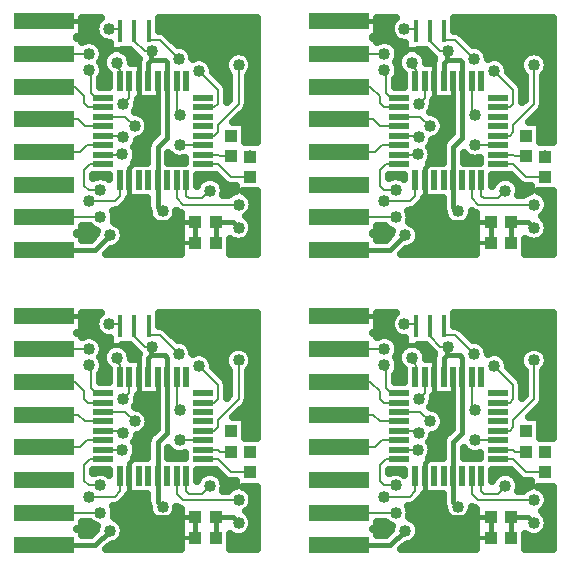
<source format=gtl>
%MOIN*%
%OFA0B0*%
%FSLAX26Y26*%
%IPPOS*%
%LPD*%
%ADD13C,0.008*%
%ADD14C,0.017*%
%ADD15C,0.025*%
%ADD16C,0.013000000000000001*%
%ADD17R,0.2X0.0545*%
%ADD18R,0.043307X0.03937*%
%ADD19R,0.03937X0.043307*%
%ADD21R,0.019685X0.066929*%
%ADD22R,0.066929X0.019685*%
%ADD24R,0.015748X0.074803*%
%ADD25C,0.04*%
%ADD39C,0.008*%
%ADD40C,0.017*%
%ADD41C,0.025*%
%ADD42C,0.013000000000000001*%
%ADD43R,0.2X0.0545*%
%ADD44R,0.043307X0.03937*%
%ADD45R,0.03937X0.043307*%
%ADD47R,0.019685X0.066929*%
%ADD48R,0.066929X0.019685*%
%ADD50R,0.015748X0.074803*%
%ADD51C,0.04*%
%ADD65C,0.008*%
%ADD66C,0.017*%
%ADD67C,0.025*%
%ADD68C,0.013000000000000001*%
%ADD69R,0.2X0.0545*%
%ADD70R,0.043307X0.03937*%
%ADD71R,0.03937X0.043307*%
%ADD73R,0.019685X0.066929*%
%ADD74R,0.066929X0.019685*%
%ADD76R,0.015748X0.074803*%
%ADD77C,0.04*%
%ADD91C,0.008*%
%ADD92C,0.017*%
%ADD93C,0.025*%
%ADD94C,0.013000000000000001*%
%ADD95R,0.2X0.0545*%
%ADD96R,0.043307X0.03937*%
%ADD97R,0.03937X0.043307*%
%ADD99R,0.019685X0.066929*%
%ADD100R,0.066929X0.019685*%
%ADD102R,0.015748X0.074803*%
%ADD103C,0.04*%
%LPD*%
G90*
G75*
G01*
X00450857Y00596999D02*
D13*
X00471013Y00617155D01*
X00471013Y00672488D01*
X00634989Y00747489D02*
X00572489Y00809989D01*
X00534988Y00809989D01*
X00534988Y00841239D01*
X00403739Y00847488D02*
X00434251Y00847488D01*
X00440500Y00841239D01*
X00428738Y00734988D02*
X00428738Y00722490D01*
X00441239Y00709990D01*
X00441239Y00672488D01*
X00439517Y00672488D01*
X00405341Y00158735D02*
D14*
X00405341Y00153739D01*
X00565501Y00341780D02*
X00565501Y00254732D01*
X00581566Y00238668D01*
X00596998Y00672488D02*
X00596998Y00484774D01*
X00565501Y00453278D01*
X00565501Y00341780D01*
X00184990Y00109990D02*
X00356596Y00109990D01*
X00405341Y00158735D01*
X00596998Y00672488D02*
X00596998Y00735327D01*
X00588495Y00743830D01*
X00543830Y00743830D01*
X00534005Y00734005D01*
X00534005Y00672488D01*
X00547489Y00772489D02*
X00543830Y00743830D01*
X00487744Y00841239D02*
D13*
X00487744Y00807234D01*
X00522489Y00772489D01*
X00547489Y00772489D01*
X00565501Y00672488D02*
D14*
X00565501Y00559574D01*
X00534003Y00559574D01*
X00502509Y00591067D01*
X00502509Y00672488D01*
X00691238Y00134988D02*
X00691238Y00203739D01*
X00502509Y00672488D02*
X00502509Y00729969D01*
X00453739Y00778739D01*
X00409988Y00778739D01*
X00315698Y00873029D01*
X00185040Y00873029D01*
X00691238Y00203739D02*
X00471013Y00203739D01*
X00471013Y00341780D01*
X00471013Y00383513D01*
X00534003Y00446503D01*
X00534003Y00559574D01*
X00450857Y00485542D02*
D13*
X00445013Y00491386D01*
X00384399Y00491386D01*
X00336877Y00709436D02*
X00341723Y00704589D01*
X00341723Y00634504D01*
X00358857Y00617370D01*
X00384399Y00617370D01*
X00336877Y00271983D02*
X00421983Y00271983D01*
X00439517Y00289517D01*
X00439517Y00341780D01*
X00184990Y00218990D02*
X00374349Y00218990D01*
X00374349Y00218990D01*
X00374349Y00309456D02*
X00335522Y00309456D01*
X00320731Y00324247D01*
X00320731Y00376980D01*
X00340648Y00396898D01*
X00384399Y00396898D01*
X00447489Y00428738D02*
X00447145Y00428394D01*
X00384399Y00428394D01*
X00184990Y00436989D02*
X00305740Y00436989D01*
X00328641Y00459890D01*
X00384399Y00459890D01*
X00384399Y00522881D02*
X00322096Y00522881D01*
X00298988Y00545990D01*
X00184990Y00545990D01*
X00184990Y00654990D02*
X00289988Y00654990D01*
X00320731Y00624247D01*
X00320731Y00599247D01*
X00334104Y00585874D01*
X00384399Y00585874D01*
X00488330Y00523015D02*
X00456966Y00554378D01*
X00384399Y00554378D01*
X00184990Y00763990D02*
X00336877Y00763990D01*
X00336877Y00763991D01*
X00638491Y00560007D02*
X00628494Y00570004D01*
X00628494Y00672488D01*
X00702826Y00706837D02*
X00765566Y00644097D01*
X00765566Y00596816D01*
X00754624Y00585874D01*
X00715108Y00585874D01*
X00758168Y00134988D02*
D14*
X00758168Y00203739D01*
X00815432Y00203739D01*
X00834990Y00184183D01*
X00834990Y00261627D02*
D13*
X00649487Y00261627D01*
X00628494Y00282621D01*
X00628494Y00341780D01*
X00739495Y00307684D02*
X00714432Y00282621D01*
X00668608Y00282621D01*
X00659990Y00291239D01*
X00659990Y00341780D01*
X00715108Y00396898D02*
X00765566Y00396898D01*
X00808725Y00353739D01*
X00872490Y00353739D01*
X00715108Y00428394D02*
X00765566Y00428394D01*
X00771471Y00422488D01*
X00809990Y00422488D01*
X00638491Y00461011D02*
X00639612Y00459890D01*
X00715108Y00459890D01*
X00834990Y00726295D02*
X00834990Y00597655D01*
X00765566Y00528231D01*
X00765566Y00503066D01*
X00753886Y00491386D01*
X00715108Y00491386D01*
X00872490Y00420668D02*
X00872490Y00422488D01*
X00809990Y00491239D02*
X00809990Y00489417D01*
D25*
X00809990Y00491239D03*
X00872490Y00422488D03*
X00428738Y00734988D03*
X00403739Y00847488D03*
X00450857Y00596999D03*
X00634989Y00747489D03*
X00405341Y00158735D03*
X00581566Y00238668D03*
X00450857Y00485542D03*
X00336877Y00709436D03*
X00336877Y00271983D03*
X00374349Y00218990D03*
X00374349Y00309456D03*
X00447489Y00428738D03*
X00488330Y00523015D03*
X00638491Y00560007D03*
X00336877Y00763991D03*
X00702826Y00706837D03*
X00834990Y00184183D03*
X00834990Y00261627D03*
X00739495Y00307684D03*
X00638491Y00461011D03*
X00834990Y00726295D03*
X00547489Y00772489D03*
X00314038Y00860120D02*
D15*
X00356477Y00860120D01*
X00571866Y00860120D02*
X00894991Y00860120D01*
X00314038Y00835251D02*
X00356370Y00835251D01*
X00592069Y00835251D02*
X00894991Y00835251D01*
X00314002Y00810382D02*
X00331179Y00810382D01*
X00342553Y00810382D02*
X00373199Y00810382D01*
X00617726Y00810382D02*
X00894991Y00810382D01*
X00380603Y00785513D02*
X00403629Y00785513D01*
X00664268Y00785513D02*
X00894991Y00785513D01*
X00470027Y00760645D02*
X00488710Y00760645D01*
X00682102Y00760645D02*
X00801154Y00760645D01*
X00868844Y00760645D02*
X00894991Y00760645D01*
X00477742Y00735776D02*
X00496533Y00735776D01*
X00741706Y00735776D02*
X00786980Y00735776D01*
X00883017Y00735776D02*
X00894991Y00735776D01*
X00751646Y00710906D02*
X00788595Y00710906D01*
X00881367Y00710906D02*
X00894991Y00710906D01*
X00379563Y00686038D02*
X00400687Y00686038D01*
X00769265Y00686038D02*
X00801978Y00686038D01*
X00867982Y00686038D02*
X00894991Y00686038D01*
X00374718Y00661169D02*
X00400687Y00661169D01*
X00793343Y00661169D02*
X00801978Y00661169D01*
X00867982Y00661169D02*
X00894991Y00661169D01*
X00867982Y00636301D02*
X00894991Y00636301D01*
X00503471Y00611432D02*
X00559510Y00611432D01*
X00867982Y00611432D02*
X00894991Y00611432D01*
X00498662Y00586563D02*
X00559510Y00586563D01*
X00865901Y00586563D02*
X00894991Y00586563D01*
X00516640Y00561694D02*
X00559510Y00561694D01*
X00844657Y00561694D02*
X00894991Y00561694D01*
X00535228Y00536826D02*
X00559510Y00536826D01*
X00858688Y00536826D02*
X00894991Y00536826D01*
X00535982Y00511957D02*
X00559510Y00511957D01*
X00858688Y00511957D02*
X00894991Y00511957D01*
X00520337Y00487087D02*
X00547309Y00487087D01*
X00858796Y00487087D02*
X00894991Y00487087D01*
X00493602Y00462219D02*
X00529152Y00462219D01*
X00495684Y00437351D02*
X00528004Y00437351D01*
X00493566Y00412482D02*
X00528004Y00412482D01*
X00603014Y00412482D02*
X00652629Y00412482D01*
X00788176Y00313007D02*
X00823797Y00313007D01*
X00875698Y00288138D02*
X00894991Y00288138D01*
X00458903Y00263269D02*
X00528004Y00263269D01*
X00883950Y00263269D02*
X00894991Y00263269D01*
X00419107Y00238400D02*
X00532059Y00238400D01*
X00877778Y00238400D02*
X00894991Y00238400D01*
X00423019Y00213532D02*
X00539953Y00213532D01*
X00623181Y00213532D02*
X00640572Y00213532D01*
X00873545Y00213532D02*
X00894991Y00213532D01*
X00443437Y00188663D02*
X00640572Y00188663D01*
X00883771Y00188663D02*
X00894991Y00188663D01*
X00299990Y00163794D02*
X00356621Y00163794D01*
X00454058Y00163794D02*
X00640572Y00163794D01*
X00879286Y00163794D02*
X00894991Y00163794D01*
X00449896Y00138925D02*
X00640572Y00138925D01*
X00808808Y00138925D02*
X00821823Y00138925D01*
X00848174Y00138925D02*
X00894991Y00138925D01*
X00420722Y00114057D02*
X00640572Y00114057D01*
X00808808Y00114057D02*
X00894991Y00114057D01*
X00297514Y00163739D02*
X00311490Y00163739D01*
X00311490Y00144972D01*
X00342126Y00144990D01*
X00358921Y00161811D01*
X00360126Y00169590D01*
X00361557Y00174295D01*
X00356553Y00176031D01*
X00350053Y00179343D01*
X00344150Y00183632D01*
X00339271Y00188488D01*
X00311516Y00188490D01*
X00311490Y00165239D01*
X00297459Y00165239D01*
X00297490Y00163754D01*
X00297514Y00817740D02*
X00311490Y00817740D01*
X00311490Y00802918D01*
X00315766Y00805423D01*
X00322507Y00808215D01*
X00329603Y00809917D01*
X00336877Y00810491D01*
X00344151Y00809917D01*
X00351245Y00808215D01*
X00357987Y00805423D01*
X00364209Y00801609D01*
X00369757Y00796870D01*
X00374496Y00791323D01*
X00378309Y00785101D01*
X00381101Y00778360D01*
X00382804Y00771265D01*
X00383377Y00763991D01*
X00382804Y00756716D01*
X00381101Y00749622D01*
X00378309Y00742880D01*
X00374536Y00736718D01*
X00378309Y00730546D01*
X00381101Y00723805D01*
X00382804Y00716710D01*
X00383377Y00709436D01*
X00382804Y00702162D01*
X00381101Y00695067D01*
X00378309Y00688325D01*
X00374496Y00682104D01*
X00372226Y00679226D01*
X00372223Y00653742D01*
X00403200Y00653713D01*
X00403175Y00696170D01*
X00398540Y00699629D01*
X00393380Y00704789D01*
X00389091Y00710692D01*
X00385779Y00717194D01*
X00383524Y00724132D01*
X00382382Y00731340D01*
X00382382Y00738637D01*
X00383524Y00745844D01*
X00385779Y00752783D01*
X00389091Y00759285D01*
X00393380Y00765188D01*
X00398540Y00770347D01*
X00404443Y00774636D01*
X00409610Y00777334D01*
X00406126Y00777337D01*
X00406126Y00801057D01*
X00400091Y00801131D01*
X00392884Y00802273D01*
X00385944Y00804528D01*
X00379443Y00807840D01*
X00373540Y00812129D01*
X00368380Y00817288D01*
X00364091Y00823192D01*
X00360779Y00829694D01*
X00358523Y00836632D01*
X00357382Y00843840D01*
X00357382Y00851137D01*
X00358523Y00858344D01*
X00360779Y00865283D01*
X00364091Y00871785D01*
X00368380Y00877688D01*
X00373540Y00882847D01*
X00376261Y00884993D01*
X00311549Y00884987D01*
X00311540Y00819279D01*
X00297509Y00819279D01*
X00643086Y00097494D02*
X00643086Y00231813D01*
X00637815Y00233449D01*
X00633551Y00235621D01*
X00629672Y00238441D01*
X00628066Y00238668D01*
X00627493Y00231394D01*
X00625790Y00224299D01*
X00622998Y00217558D01*
X00619185Y00211336D01*
X00614446Y00205788D01*
X00608898Y00201049D01*
X00602676Y00197236D01*
X00595935Y00194444D01*
X00588840Y00192741D01*
X00581566Y00192167D01*
X00574292Y00192741D01*
X00567196Y00194444D01*
X00560455Y00197236D01*
X00554234Y00201049D01*
X00548685Y00205788D01*
X00543946Y00211336D01*
X00540134Y00217558D01*
X00537342Y00224299D01*
X00535638Y00231394D01*
X00535117Y00237371D01*
X00533166Y00241339D01*
X00531469Y00246562D01*
X00530609Y00251986D01*
X00530501Y00281825D01*
X00469015Y00281815D01*
X00467696Y00277845D01*
X00465523Y00273581D01*
X00462710Y00269709D01*
X00443550Y00250416D01*
X00439911Y00247308D01*
X00435830Y00244807D01*
X00431408Y00242976D01*
X00426754Y00241859D01*
X00421974Y00241483D01*
X00415781Y00240102D01*
X00418573Y00233360D01*
X00420277Y00226265D01*
X00420849Y00218990D01*
X00420277Y00211717D01*
X00418573Y00204622D01*
X00418134Y00203431D01*
X00423136Y00201694D01*
X00429638Y00198383D01*
X00435541Y00194094D01*
X00440700Y00188934D01*
X00444989Y00183030D01*
X00448302Y00176530D01*
X00450557Y00169590D01*
X00451698Y00162383D01*
X00451698Y00155087D01*
X00450557Y00147880D01*
X00448302Y00140940D01*
X00444989Y00134439D01*
X00440700Y00128536D01*
X00435541Y00123376D01*
X00429638Y00119087D01*
X00423136Y00115775D01*
X00416197Y00113520D01*
X00408461Y00112358D01*
X00393577Y00097473D01*
X00643078Y00097489D01*
X00806322Y00147550D02*
X00806322Y00097455D01*
X00897497Y00097489D01*
X00897490Y00305568D01*
X00850171Y00305585D01*
X00856100Y00303059D01*
X00862322Y00299247D01*
X00867870Y00294508D01*
X00872608Y00288959D01*
X00876421Y00282738D01*
X00879214Y00275997D01*
X00880916Y00268902D01*
X00881490Y00261627D01*
X00880916Y00254353D01*
X00879214Y00247258D01*
X00876421Y00240517D01*
X00872608Y00234295D01*
X00867870Y00228746D01*
X00862322Y00224008D01*
X00860697Y00222923D01*
X00865189Y00219541D01*
X00870349Y00214382D01*
X00874637Y00208479D01*
X00877950Y00201977D01*
X00880205Y00195038D01*
X00881346Y00187831D01*
X00881346Y00180534D01*
X00880205Y00173327D01*
X00877950Y00166388D01*
X00874637Y00159886D01*
X00870349Y00153983D01*
X00865189Y00148824D01*
X00859286Y00144535D01*
X00852784Y00141222D01*
X00845845Y00138967D01*
X00838638Y00137826D01*
X00831341Y00137826D01*
X00824134Y00138967D01*
X00817195Y00141222D01*
X00810693Y00144535D01*
X00806325Y00147614D01*
X00826305Y00307344D02*
X00826305Y00323203D01*
X00806332Y00323333D01*
X00801604Y00324082D01*
X00797053Y00325561D01*
X00792788Y00327733D01*
X00788916Y00330547D01*
X00758764Y00360566D01*
X00696307Y00360555D01*
X00696332Y00324987D01*
X00699846Y00331980D01*
X00704136Y00337883D01*
X00709296Y00343043D01*
X00715199Y00347332D01*
X00721700Y00350644D01*
X00728640Y00352899D01*
X00735846Y00354041D01*
X00743143Y00354041D01*
X00750350Y00352899D01*
X00757290Y00350644D01*
X00763791Y00347332D01*
X00769694Y00343043D01*
X00774854Y00337883D01*
X00779143Y00331980D01*
X00782455Y00325479D01*
X00784710Y00318539D01*
X00785852Y00311332D01*
X00785852Y00304036D01*
X00784710Y00296829D01*
X00783280Y00292124D01*
X00799877Y00292128D01*
X00804790Y00296986D01*
X00810693Y00301275D01*
X00817195Y00304588D01*
X00824134Y00306843D01*
X00826302Y00307274D01*
X00856196Y00468820D02*
X00872490Y00468988D01*
X00890609Y00468820D01*
X00897463Y00468820D01*
X00897490Y00884955D01*
X00569341Y00884987D01*
X00569362Y00840513D01*
X00577260Y00840114D01*
X00581914Y00838996D01*
X00586336Y00837165D01*
X00590417Y00834664D01*
X00594062Y00831548D01*
X00631736Y00793876D01*
X00638637Y00793846D01*
X00645844Y00792704D01*
X00652784Y00790449D01*
X00659285Y00787137D01*
X00665188Y00782848D01*
X00670348Y00777688D01*
X00674637Y00771785D01*
X00677949Y00765284D01*
X00680204Y00758344D01*
X00681346Y00751137D01*
X00681464Y00748129D01*
X00688456Y00751062D01*
X00695551Y00752765D01*
X00702826Y00753337D01*
X00710100Y00752765D01*
X00717195Y00751062D01*
X00723936Y00748269D01*
X00730158Y00744457D01*
X00735706Y00739718D01*
X00740445Y00734169D01*
X00744257Y00727948D01*
X00747050Y00721207D01*
X00748753Y00714112D01*
X00749326Y00706837D01*
X00749199Y00703602D01*
X00788758Y00663905D01*
X00791571Y00660034D01*
X00793744Y00655769D01*
X00795223Y00651217D01*
X00795971Y00646490D01*
X00796066Y00601862D01*
X00804465Y00610264D01*
X00804490Y00691205D01*
X00799631Y00696096D01*
X00795342Y00701999D01*
X00792029Y00708501D01*
X00789774Y00715440D01*
X00788633Y00722647D01*
X00788633Y00729944D01*
X00789774Y00737151D01*
X00792029Y00744090D01*
X00795342Y00750592D01*
X00799631Y00756495D01*
X00804790Y00761654D01*
X00810693Y00765943D01*
X00817195Y00769256D01*
X00824134Y00771511D01*
X00831341Y00772652D01*
X00838638Y00772652D01*
X00845845Y00771511D01*
X00852784Y00769256D01*
X00859286Y00765943D01*
X00865189Y00761654D01*
X00870349Y00756495D01*
X00874637Y00750592D01*
X00877950Y00744090D01*
X00880205Y00737151D01*
X00881346Y00729944D01*
X00881346Y00722647D01*
X00880205Y00715440D01*
X00877950Y00708501D01*
X00874637Y00701999D01*
X00870349Y00696096D01*
X00865492Y00691217D01*
X00865396Y00595262D01*
X00864647Y00590535D01*
X00863168Y00585983D01*
X00860994Y00581719D01*
X00858182Y00577847D01*
X00818063Y00537596D01*
X00856175Y00537571D01*
X00856346Y00494887D01*
X00856346Y00487590D01*
X00856175Y00482453D01*
X00856175Y00468853D01*
X00447868Y00777334D02*
X00453035Y00774636D01*
X00458938Y00770347D01*
X00464098Y00765188D01*
X00468386Y00759285D01*
X00471699Y00752783D01*
X00473954Y00745844D01*
X00475096Y00738637D01*
X00475140Y00732466D01*
X00498991Y00732453D01*
X00499436Y00739481D01*
X00500718Y00744821D01*
X00501673Y00747409D01*
X00500916Y00750929D01*
X00474508Y00777336D01*
X00447925Y00777337D01*
X00561991Y00612523D02*
X00501138Y00612384D01*
X00500021Y00607730D01*
X00497214Y00600647D01*
X00497214Y00593350D01*
X00496072Y00586144D01*
X00493818Y00579204D01*
X00490505Y00572703D01*
X00488362Y00569521D01*
X00495604Y00568942D01*
X00502699Y00567239D01*
X00509440Y00564446D01*
X00515661Y00560634D01*
X00521209Y00555895D01*
X00525949Y00550347D01*
X00529761Y00544125D01*
X00532554Y00537384D01*
X00534257Y00530289D01*
X00534830Y00523015D01*
X00534257Y00515740D01*
X00532554Y00508645D01*
X00529761Y00501904D01*
X00525949Y00495683D01*
X00521209Y00490134D01*
X00515661Y00485394D01*
X00509440Y00481583D01*
X00502699Y00478790D01*
X00496625Y00477290D01*
X00495081Y00471173D01*
X00492289Y00464432D01*
X00488475Y00458210D01*
X00485877Y00454976D01*
X00488921Y00449850D01*
X00491713Y00443108D01*
X00493417Y00436013D01*
X00493990Y00428738D01*
X00493417Y00421465D01*
X00491713Y00414370D01*
X00488921Y00407628D01*
X00485339Y00401751D01*
X00530504Y00401744D01*
X00530609Y00456024D01*
X00531468Y00461449D01*
X00533166Y00466672D01*
X00535659Y00471566D01*
X00538887Y00476009D01*
X00561991Y00499265D01*
X00561998Y00612558D01*
X00403205Y00360555D02*
X00351244Y00360555D01*
X00351231Y00349816D01*
X00356553Y00352416D01*
X00363494Y00354671D01*
X00370701Y00355812D01*
X00377998Y00355812D01*
X00385203Y00354671D01*
X00392144Y00352416D01*
X00398645Y00349103D01*
X00403171Y00345900D01*
X00403175Y00360581D01*
X00600502Y00401744D02*
X00655128Y00401744D01*
X00655143Y00417565D01*
X00649345Y00415795D01*
X00642139Y00414654D01*
X00634843Y00414654D01*
X00627636Y00415795D01*
X00620696Y00418050D01*
X00614195Y00421362D01*
X00608292Y00425652D01*
X00603132Y00430811D01*
X00600499Y00434235D01*
X00600502Y00401713D01*
X00643121Y00134988D02*
D16*
X00691238Y00134988D01*
X00643121Y00203739D02*
X00691238Y00203739D01*
X00565501Y00672488D02*
X00565501Y00612559D01*
X00502509Y00732416D02*
X00502509Y00612560D01*
D17*
X00184990Y00109990D03*
X00184990Y00218990D03*
X00184990Y00327990D03*
X00184990Y00436989D03*
X00184990Y00545990D03*
X00184990Y00654990D03*
X00184990Y00763990D03*
X00185040Y00873029D03*
D18*
X00691238Y00134988D03*
X00758168Y00134988D03*
X00691238Y00203739D03*
X00758168Y00203739D03*
D19*
X00872490Y00353739D03*
X00872490Y00420668D03*
X00809990Y00422488D03*
X00809990Y00489417D03*
D21*
X00659990Y00672488D03*
X00628494Y00672488D03*
X00596998Y00672488D03*
X00565501Y00672488D03*
X00534005Y00672488D03*
X00502509Y00672488D03*
X00471013Y00672488D03*
X00439517Y00672488D03*
D22*
X00384399Y00617370D03*
X00384399Y00585874D03*
X00384399Y00554378D03*
X00384399Y00522881D03*
X00384399Y00491386D03*
X00384399Y00459890D03*
X00384399Y00428394D03*
X00384399Y00396898D03*
D21*
X00439517Y00341780D03*
X00471013Y00341780D03*
X00502509Y00341780D03*
X00534005Y00341780D03*
X00565501Y00341780D03*
X00596998Y00341780D03*
X00628494Y00341780D03*
X00659990Y00341780D03*
D22*
X00715108Y00396898D03*
X00715108Y00428394D03*
X00715108Y00459890D03*
X00715108Y00491386D03*
X00715108Y00522881D03*
X00715108Y00554378D03*
X00715108Y00585874D03*
X00715108Y00617370D03*
D24*
X00534988Y00841239D03*
X00487744Y00841239D03*
X00440500Y00841239D03*
G90*
G75*
G01*
X00450857Y01581251D02*
D39*
X00471013Y01601407D01*
X00471013Y01656740D01*
X00634989Y01731741D02*
X00572489Y01794241D01*
X00534988Y01794241D01*
X00534988Y01825491D01*
X00403739Y01831740D02*
X00434251Y01831740D01*
X00440500Y01825491D01*
X00428738Y01719239D02*
X00428738Y01706742D01*
X00441239Y01694242D01*
X00441239Y01656740D01*
X00439517Y01656740D01*
X00405341Y01142987D02*
D40*
X00405341Y01137991D01*
X00565501Y01326031D02*
X00565501Y01238984D01*
X00581566Y01222920D01*
X00596998Y01656740D02*
X00596998Y01469026D01*
X00565501Y01437530D01*
X00565501Y01326031D01*
X00184990Y01094242D02*
X00356596Y01094242D01*
X00405341Y01142987D01*
X00596998Y01656740D02*
X00596998Y01719579D01*
X00588495Y01728082D01*
X00543830Y01728082D01*
X00534005Y01718257D01*
X00534005Y01656740D01*
X00547489Y01756741D02*
X00543830Y01728082D01*
X00487744Y01825491D02*
D39*
X00487744Y01791486D01*
X00522489Y01756741D01*
X00547489Y01756741D01*
X00565501Y01656740D02*
D40*
X00565501Y01543826D01*
X00534003Y01543826D01*
X00502509Y01575319D01*
X00502509Y01656740D01*
X00691238Y01119240D02*
X00691238Y01187991D01*
X00502509Y01656740D02*
X00502509Y01714221D01*
X00453739Y01762990D01*
X00409988Y01762990D01*
X00315698Y01857281D01*
X00185040Y01857281D01*
X00691238Y01187991D02*
X00471013Y01187991D01*
X00471013Y01326031D01*
X00471013Y01367764D01*
X00534003Y01430754D01*
X00534003Y01543826D01*
X00450857Y01469794D02*
D39*
X00445013Y01475638D01*
X00384399Y01475638D01*
X00336877Y01693688D02*
X00341723Y01688841D01*
X00341723Y01618756D01*
X00358857Y01601621D01*
X00384399Y01601621D01*
X00336877Y01256235D02*
X00421983Y01256235D01*
X00439517Y01273769D01*
X00439517Y01326031D01*
X00184990Y01203242D02*
X00374349Y01203242D01*
X00374349Y01203243D01*
X00374349Y01293708D02*
X00335522Y01293708D01*
X00320731Y01308499D01*
X00320731Y01361232D01*
X00340648Y01381150D01*
X00384399Y01381150D01*
X00447489Y01412991D02*
X00447145Y01412646D01*
X00384399Y01412646D01*
X00184990Y01421242D02*
X00305740Y01421242D01*
X00328641Y01444142D01*
X00384399Y01444142D01*
X00384399Y01507134D02*
X00322096Y01507134D01*
X00298988Y01530242D01*
X00184990Y01530242D01*
X00184990Y01639242D02*
X00289988Y01639242D01*
X00320731Y01608499D01*
X00320731Y01583499D01*
X00334104Y01570126D01*
X00384399Y01570126D01*
X00488330Y01507267D02*
X00456966Y01538630D01*
X00384399Y01538630D01*
X00184990Y01748242D02*
X00336877Y01748242D01*
X00336877Y01748243D01*
X00638491Y01544259D02*
X00628494Y01554256D01*
X00628494Y01656740D01*
X00702826Y01691089D02*
X00765566Y01628349D01*
X00765566Y01581068D01*
X00754624Y01570126D01*
X00715108Y01570126D01*
X00758168Y01119240D02*
D40*
X00758168Y01187991D01*
X00815432Y01187991D01*
X00834990Y01168435D01*
X00834990Y01245879D02*
D39*
X00649487Y01245879D01*
X00628494Y01266872D01*
X00628494Y01326031D01*
X00739495Y01291936D02*
X00714432Y01266872D01*
X00668608Y01266872D01*
X00659990Y01275489D01*
X00659990Y01326031D01*
X00715108Y01381150D02*
X00765566Y01381150D01*
X00808725Y01337991D01*
X00872490Y01337991D01*
X00715108Y01412646D02*
X00765566Y01412646D01*
X00771471Y01406739D01*
X00809990Y01406739D01*
X00638491Y01445261D02*
X00639612Y01444142D01*
X00715108Y01444142D01*
X00834990Y01710546D02*
X00834990Y01581907D01*
X00765566Y01512483D01*
X00765566Y01487318D01*
X00753886Y01475638D01*
X00715108Y01475638D01*
X00872490Y01404920D02*
X00872490Y01406739D01*
X00809990Y01475491D02*
X00809990Y01473669D01*
D51*
X00809990Y01475491D03*
X00872490Y01406739D03*
X00428738Y01719239D03*
X00403739Y01831740D03*
X00450857Y01581251D03*
X00634989Y01731741D03*
X00405341Y01142987D03*
X00581566Y01222920D03*
X00450857Y01469794D03*
X00336877Y01693688D03*
X00336877Y01256235D03*
X00374349Y01203243D03*
X00374349Y01293708D03*
X00447489Y01412991D03*
X00488330Y01507267D03*
X00638491Y01544259D03*
X00336877Y01748243D03*
X00702826Y01691089D03*
X00834990Y01168435D03*
X00834990Y01245879D03*
X00739495Y01291936D03*
X00638491Y01445261D03*
X00834990Y01710546D03*
X00547489Y01756741D03*
X00314038Y01844372D02*
D41*
X00356477Y01844372D01*
X00571866Y01844372D02*
X00894991Y01844372D01*
X00314038Y01819503D02*
X00356370Y01819503D01*
X00592069Y01819503D02*
X00894991Y01819503D01*
X00314002Y01794634D02*
X00331179Y01794634D01*
X00342553Y01794634D02*
X00373199Y01794634D01*
X00617726Y01794634D02*
X00894991Y01794634D01*
X00380603Y01769765D02*
X00403629Y01769765D01*
X00664268Y01769765D02*
X00894991Y01769765D01*
X00470027Y01744897D02*
X00488710Y01744897D01*
X00682102Y01744897D02*
X00801154Y01744897D01*
X00868844Y01744897D02*
X00894991Y01744897D01*
X00477742Y01720028D02*
X00496533Y01720028D01*
X00741706Y01720028D02*
X00786980Y01720028D01*
X00883017Y01720028D02*
X00894991Y01720028D01*
X00751646Y01695159D02*
X00788595Y01695159D01*
X00881367Y01695159D02*
X00894991Y01695159D01*
X00379563Y01670290D02*
X00400687Y01670290D01*
X00769265Y01670290D02*
X00801978Y01670290D01*
X00867982Y01670290D02*
X00894991Y01670290D01*
X00374718Y01645420D02*
X00400687Y01645420D01*
X00793343Y01645420D02*
X00801978Y01645420D01*
X00867982Y01645420D02*
X00894991Y01645420D01*
X00867982Y01620553D02*
X00894991Y01620553D01*
X00503471Y01595683D02*
X00559510Y01595683D01*
X00867982Y01595683D02*
X00894991Y01595683D01*
X00498662Y01570815D02*
X00559510Y01570815D01*
X00865901Y01570815D02*
X00894991Y01570815D01*
X00516640Y01545946D02*
X00559510Y01545946D01*
X00844657Y01545946D02*
X00894991Y01545946D01*
X00535228Y01521078D02*
X00559510Y01521078D01*
X00858688Y01521078D02*
X00894991Y01521078D01*
X00535982Y01496209D02*
X00559510Y01496209D01*
X00858688Y01496209D02*
X00894991Y01496209D01*
X00520337Y01471340D02*
X00547309Y01471340D01*
X00858796Y01471340D02*
X00894991Y01471340D01*
X00493602Y01446471D02*
X00529152Y01446471D01*
X00495684Y01421603D02*
X00528004Y01421603D01*
X00493566Y01396734D02*
X00528004Y01396734D01*
X00603014Y01396734D02*
X00652629Y01396734D01*
X00788176Y01297258D02*
X00823797Y01297258D01*
X00875698Y01272390D02*
X00894991Y01272390D01*
X00458903Y01247521D02*
X00528004Y01247521D01*
X00883950Y01247521D02*
X00894991Y01247521D01*
X00419107Y01222652D02*
X00532059Y01222652D01*
X00877778Y01222652D02*
X00894991Y01222652D01*
X00423019Y01197784D02*
X00539953Y01197784D01*
X00623181Y01197784D02*
X00640572Y01197784D01*
X00873545Y01197784D02*
X00894991Y01197784D01*
X00443437Y01172915D02*
X00640572Y01172915D01*
X00883771Y01172915D02*
X00894991Y01172915D01*
X00299990Y01148046D02*
X00356621Y01148046D01*
X00454058Y01148046D02*
X00640572Y01148046D01*
X00879286Y01148046D02*
X00894991Y01148046D01*
X00449896Y01123177D02*
X00640572Y01123177D01*
X00808808Y01123177D02*
X00821823Y01123177D01*
X00848174Y01123177D02*
X00894991Y01123177D01*
X00420722Y01098309D02*
X00640572Y01098309D01*
X00808808Y01098309D02*
X00894991Y01098309D01*
X00297514Y01147992D02*
X00311490Y01147992D01*
X00311490Y01129224D01*
X00342126Y01129242D01*
X00358921Y01146064D01*
X00360126Y01153842D01*
X00361557Y01158547D01*
X00356553Y01160283D01*
X00350053Y01163595D01*
X00344150Y01167884D01*
X00339271Y01172740D01*
X00311516Y01172742D01*
X00311490Y01149492D01*
X00297459Y01149492D01*
X00297490Y01148006D01*
X00297514Y01801992D02*
X00311490Y01801992D01*
X00311490Y01787171D01*
X00315766Y01789675D01*
X00322507Y01792466D01*
X00329603Y01794170D01*
X00336877Y01794743D01*
X00344151Y01794170D01*
X00351245Y01792466D01*
X00357987Y01789675D01*
X00364209Y01785862D01*
X00369757Y01781123D01*
X00374496Y01775575D01*
X00378309Y01769354D01*
X00381101Y01762612D01*
X00382804Y01755517D01*
X00383377Y01748243D01*
X00382804Y01740969D01*
X00381101Y01733874D01*
X00378309Y01727132D01*
X00374536Y01720970D01*
X00378309Y01714798D01*
X00381101Y01708057D01*
X00382804Y01700962D01*
X00383377Y01693688D01*
X00382804Y01686414D01*
X00381101Y01679319D01*
X00378309Y01672577D01*
X00374496Y01666355D01*
X00372226Y01663478D01*
X00372223Y01637994D01*
X00403200Y01637965D01*
X00403175Y01680421D01*
X00398540Y01683880D01*
X00393380Y01689041D01*
X00389091Y01694943D01*
X00385779Y01701446D01*
X00383524Y01708385D01*
X00382382Y01715592D01*
X00382382Y01722889D01*
X00383524Y01730096D01*
X00385779Y01737035D01*
X00389091Y01743537D01*
X00393380Y01749440D01*
X00398540Y01754599D01*
X00404443Y01758888D01*
X00409610Y01761586D01*
X00406126Y01761589D01*
X00406126Y01785309D01*
X00400091Y01785384D01*
X00392884Y01786525D01*
X00385944Y01788780D01*
X00379443Y01792093D01*
X00373540Y01796381D01*
X00368380Y01801541D01*
X00364091Y01807444D01*
X00360779Y01813945D01*
X00358523Y01820885D01*
X00357382Y01828092D01*
X00357382Y01835389D01*
X00358523Y01842596D01*
X00360779Y01849535D01*
X00364091Y01856036D01*
X00368380Y01861940D01*
X00373540Y01867099D01*
X00376261Y01869245D01*
X00311549Y01869240D01*
X00311540Y01803529D01*
X00297509Y01803529D01*
X00643086Y01081746D02*
X00643086Y01216065D01*
X00637815Y01217701D01*
X00633551Y01219874D01*
X00629672Y01222693D01*
X00628066Y01222920D01*
X00627493Y01215646D01*
X00625790Y01208551D01*
X00622998Y01201810D01*
X00619185Y01195588D01*
X00614446Y01190040D01*
X00608898Y01185301D01*
X00602676Y01181488D01*
X00595935Y01178696D01*
X00588840Y01176993D01*
X00581566Y01176420D01*
X00574292Y01176993D01*
X00567196Y01178696D01*
X00560455Y01181488D01*
X00554234Y01185301D01*
X00548685Y01190040D01*
X00543946Y01195588D01*
X00540134Y01201810D01*
X00537342Y01208551D01*
X00535638Y01215646D01*
X00535117Y01221623D01*
X00533166Y01225591D01*
X00531469Y01230814D01*
X00530609Y01236238D01*
X00530501Y01266077D01*
X00469015Y01266067D01*
X00467696Y01262097D01*
X00465523Y01257833D01*
X00462710Y01253961D01*
X00443550Y01234668D01*
X00439911Y01231560D01*
X00435830Y01229059D01*
X00431408Y01227228D01*
X00426754Y01226111D01*
X00421974Y01225735D01*
X00415781Y01224354D01*
X00418573Y01217612D01*
X00420277Y01210517D01*
X00420849Y01203243D01*
X00420277Y01195969D01*
X00418573Y01188874D01*
X00418134Y01187683D01*
X00423136Y01185947D01*
X00429638Y01182635D01*
X00435541Y01178346D01*
X00440700Y01173186D01*
X00444989Y01167283D01*
X00448302Y01160782D01*
X00450557Y01153842D01*
X00451698Y01146635D01*
X00451698Y01139339D01*
X00450557Y01132132D01*
X00448302Y01125192D01*
X00444989Y01118691D01*
X00440700Y01112788D01*
X00435541Y01107628D01*
X00429638Y01103339D01*
X00423136Y01100027D01*
X00416197Y01097772D01*
X00408461Y01096610D01*
X00393577Y01081725D01*
X00643078Y01081741D01*
X00806322Y01131802D02*
X00806322Y01081707D01*
X00897497Y01081741D01*
X00897490Y01289820D01*
X00850171Y01289837D01*
X00856100Y01287310D01*
X00862322Y01283499D01*
X00867870Y01278760D01*
X00872608Y01273211D01*
X00876421Y01266990D01*
X00879214Y01260249D01*
X00880916Y01253154D01*
X00881490Y01245879D01*
X00880916Y01238605D01*
X00879214Y01231510D01*
X00876421Y01224769D01*
X00872608Y01218547D01*
X00867870Y01212999D01*
X00862322Y01208260D01*
X00860697Y01207175D01*
X00865189Y01203793D01*
X00870349Y01198634D01*
X00874637Y01192731D01*
X00877950Y01186229D01*
X00880205Y01179290D01*
X00881346Y01172083D01*
X00881346Y01164786D01*
X00880205Y01157579D01*
X00877950Y01150640D01*
X00874637Y01144138D01*
X00870349Y01138235D01*
X00865189Y01133076D01*
X00859286Y01128787D01*
X00852784Y01125474D01*
X00845845Y01123219D01*
X00838638Y01122078D01*
X00831341Y01122078D01*
X00824134Y01123219D01*
X00817195Y01125474D01*
X00810693Y01128787D01*
X00806325Y01131866D01*
X00826305Y01291595D02*
X00826305Y01307456D01*
X00806332Y01307583D01*
X00801604Y01308334D01*
X00797053Y01309813D01*
X00792788Y01311985D01*
X00788916Y01314799D01*
X00758764Y01344817D01*
X00696307Y01344807D01*
X00696332Y01309240D01*
X00699846Y01316232D01*
X00704136Y01322135D01*
X00709296Y01327295D01*
X00715199Y01331584D01*
X00721700Y01334896D01*
X00728640Y01337150D01*
X00735846Y01338293D01*
X00743143Y01338293D01*
X00750350Y01337150D01*
X00757290Y01334896D01*
X00763791Y01331584D01*
X00769694Y01327295D01*
X00774854Y01322135D01*
X00779143Y01316232D01*
X00782455Y01309731D01*
X00784710Y01302791D01*
X00785852Y01295583D01*
X00785852Y01288288D01*
X00784710Y01281081D01*
X00783280Y01276376D01*
X00799877Y01276380D01*
X00804790Y01281238D01*
X00810693Y01285527D01*
X00817195Y01288840D01*
X00824134Y01291095D01*
X00826302Y01291526D01*
X00856196Y01453073D02*
X00872490Y01453240D01*
X00890609Y01453073D01*
X00897463Y01453073D01*
X00897490Y01869207D01*
X00569341Y01869240D01*
X00569362Y01824765D01*
X00577260Y01824366D01*
X00581914Y01823248D01*
X00586336Y01821417D01*
X00590417Y01818916D01*
X00594062Y01815801D01*
X00631736Y01778128D01*
X00638637Y01778097D01*
X00645844Y01776956D01*
X00652784Y01774700D01*
X00659285Y01771389D01*
X00665188Y01767100D01*
X00670348Y01761940D01*
X00674637Y01756037D01*
X00677949Y01749536D01*
X00680204Y01742596D01*
X00681346Y01735389D01*
X00681464Y01732382D01*
X00688456Y01735314D01*
X00695551Y01737017D01*
X00702826Y01737589D01*
X00710100Y01737017D01*
X00717195Y01735314D01*
X00723936Y01732521D01*
X00730158Y01728709D01*
X00735706Y01723970D01*
X00740445Y01718420D01*
X00744257Y01712200D01*
X00747050Y01705459D01*
X00748753Y01698364D01*
X00749326Y01691089D01*
X00749199Y01687854D01*
X00788758Y01648157D01*
X00791571Y01644286D01*
X00793744Y01640019D01*
X00795223Y01635469D01*
X00795971Y01630740D01*
X00796066Y01586114D01*
X00804465Y01594516D01*
X00804490Y01675457D01*
X00799631Y01680348D01*
X00795342Y01686249D01*
X00792029Y01692753D01*
X00789774Y01699692D01*
X00788633Y01706899D01*
X00788633Y01714196D01*
X00789774Y01721403D01*
X00792029Y01728342D01*
X00795342Y01734844D01*
X00799631Y01740746D01*
X00804790Y01745906D01*
X00810693Y01750195D01*
X00817195Y01753508D01*
X00824134Y01755763D01*
X00831341Y01756904D01*
X00838638Y01756904D01*
X00845845Y01755763D01*
X00852784Y01753508D01*
X00859286Y01750195D01*
X00865189Y01745906D01*
X00870349Y01740746D01*
X00874637Y01734844D01*
X00877950Y01728342D01*
X00880205Y01721403D01*
X00881346Y01714196D01*
X00881346Y01706899D01*
X00880205Y01699692D01*
X00877950Y01692753D01*
X00874637Y01686249D01*
X00870349Y01680348D01*
X00865492Y01675468D01*
X00865396Y01579514D01*
X00864647Y01574787D01*
X00863168Y01570235D01*
X00860994Y01565971D01*
X00858182Y01562099D01*
X00818063Y01521848D01*
X00856175Y01521823D01*
X00856346Y01479139D01*
X00856346Y01471843D01*
X00856175Y01466705D01*
X00856175Y01453105D01*
X00447868Y01761586D02*
X00453035Y01758888D01*
X00458938Y01754599D01*
X00464098Y01749440D01*
X00468386Y01743537D01*
X00471699Y01737035D01*
X00473954Y01730096D01*
X00475096Y01722889D01*
X00475140Y01716718D01*
X00498991Y01716705D01*
X00499436Y01723733D01*
X00500718Y01729073D01*
X00501673Y01731661D01*
X00500916Y01735181D01*
X00474508Y01761588D01*
X00447925Y01761589D01*
X00561991Y01596775D02*
X00501138Y01596636D01*
X00500021Y01591982D01*
X00497214Y01584899D01*
X00497214Y01577601D01*
X00496072Y01570396D01*
X00493818Y01563456D01*
X00490505Y01556955D01*
X00488362Y01553772D01*
X00495604Y01553194D01*
X00502699Y01551491D01*
X00509440Y01548698D01*
X00515661Y01544886D01*
X00521209Y01540147D01*
X00525949Y01534599D01*
X00529761Y01528377D01*
X00532554Y01521636D01*
X00534257Y01514541D01*
X00534830Y01507267D01*
X00534257Y01499992D01*
X00532554Y01492897D01*
X00529761Y01486156D01*
X00525949Y01479935D01*
X00521209Y01474386D01*
X00515661Y01469647D01*
X00509440Y01465835D01*
X00502699Y01463042D01*
X00496625Y01461542D01*
X00495081Y01455425D01*
X00492289Y01448684D01*
X00488475Y01442462D01*
X00485877Y01439228D01*
X00488921Y01434102D01*
X00491713Y01427360D01*
X00493417Y01420265D01*
X00493990Y01412991D01*
X00493417Y01405717D01*
X00491713Y01398622D01*
X00488921Y01391880D01*
X00485339Y01386003D01*
X00530504Y01385996D01*
X00530609Y01440275D01*
X00531468Y01445701D01*
X00533166Y01450924D01*
X00535659Y01455818D01*
X00538887Y01460261D01*
X00561991Y01483517D01*
X00561998Y01596810D01*
X00403205Y01344807D02*
X00351244Y01344807D01*
X00351231Y01334068D01*
X00356553Y01336668D01*
X00363494Y01338923D01*
X00370701Y01340064D01*
X00377998Y01340064D01*
X00385203Y01338923D01*
X00392144Y01336668D01*
X00398645Y01333354D01*
X00403171Y01330151D01*
X00403175Y01344833D01*
X00600502Y01385996D02*
X00655128Y01385996D01*
X00655143Y01401817D01*
X00649345Y01400047D01*
X00642139Y01398906D01*
X00634843Y01398906D01*
X00627636Y01400047D01*
X00620696Y01402302D01*
X00614195Y01405615D01*
X00608292Y01409904D01*
X00603132Y01415061D01*
X00600499Y01418488D01*
X00600502Y01385964D01*
X00643121Y01119240D02*
D42*
X00691238Y01119240D01*
X00643121Y01187991D02*
X00691238Y01187991D01*
X00565501Y01656740D02*
X00565501Y01596811D01*
X00502509Y01716669D02*
X00502509Y01596812D01*
D43*
X00184990Y01094242D03*
X00184990Y01203242D03*
X00184990Y01312241D03*
X00184990Y01421242D03*
X00184990Y01530242D03*
X00184990Y01639242D03*
X00184990Y01748242D03*
X00185040Y01857281D03*
D44*
X00691238Y01119240D03*
X00758168Y01119240D03*
X00691238Y01187991D03*
X00758168Y01187991D03*
D45*
X00872490Y01337991D03*
X00872490Y01404920D03*
X00809990Y01406739D03*
X00809990Y01473669D03*
D47*
X00659990Y01656740D03*
X00628494Y01656740D03*
X00596998Y01656740D03*
X00565501Y01656740D03*
X00534005Y01656740D03*
X00502509Y01656740D03*
X00471013Y01656740D03*
X00439517Y01656740D03*
D48*
X00384399Y01601621D03*
X00384399Y01570126D03*
X00384399Y01538630D03*
X00384399Y01507134D03*
X00384399Y01475638D03*
X00384399Y01444142D03*
X00384399Y01412646D03*
X00384399Y01381150D03*
D47*
X00439517Y01326031D03*
X00471013Y01326031D03*
X00502509Y01326031D03*
X00534005Y01326031D03*
X00565501Y01326031D03*
X00596998Y01326031D03*
X00628494Y01326031D03*
X00659990Y01326031D03*
D48*
X00715108Y01381150D03*
X00715108Y01412646D03*
X00715108Y01444142D03*
X00715108Y01475638D03*
X00715108Y01507134D03*
X00715108Y01538630D03*
X00715108Y01570126D03*
X00715108Y01601621D03*
D50*
X00534988Y01825491D03*
X00487744Y01825491D03*
X00440500Y01825491D03*
G04 next file*
%LPD*%
G90*
G75*
G01*
X01435108Y01581251D02*
D65*
X01455264Y01601407D01*
X01455264Y01656740D01*
X01619241Y01731741D02*
X01556741Y01794241D01*
X01519240Y01794241D01*
X01519240Y01825491D01*
X01387991Y01831740D02*
X01418503Y01831740D01*
X01424752Y01825491D01*
X01412991Y01719239D02*
X01412991Y01706742D01*
X01425491Y01694242D01*
X01425491Y01656740D01*
X01423769Y01656740D01*
X01389593Y01142987D02*
D66*
X01389593Y01137991D01*
X01549753Y01326031D02*
X01549753Y01238984D01*
X01565818Y01222920D01*
X01581250Y01656740D02*
X01581250Y01469026D01*
X01549753Y01437530D01*
X01549753Y01326031D01*
X01169242Y01094242D02*
X01340848Y01094242D01*
X01389593Y01142987D01*
X01581250Y01656740D02*
X01581250Y01719579D01*
X01572747Y01728082D01*
X01528082Y01728082D01*
X01518257Y01718257D01*
X01518257Y01656740D01*
X01531741Y01756741D02*
X01528082Y01728082D01*
X01471996Y01825491D02*
D65*
X01471996Y01791486D01*
X01506741Y01756741D01*
X01531741Y01756741D01*
X01549753Y01656740D02*
D66*
X01549753Y01543826D01*
X01518255Y01543826D01*
X01486761Y01575319D01*
X01486761Y01656740D01*
X01675491Y01119240D02*
X01675491Y01187991D01*
X01486761Y01656740D02*
X01486761Y01714221D01*
X01437991Y01762990D01*
X01394240Y01762990D01*
X01299950Y01857281D01*
X01169292Y01857281D01*
X01675491Y01187991D02*
X01455264Y01187991D01*
X01455264Y01326031D01*
X01455264Y01367764D01*
X01518255Y01430754D01*
X01518255Y01543826D01*
X01435108Y01469794D02*
D65*
X01429265Y01475638D01*
X01368651Y01475638D01*
X01321129Y01693688D02*
X01325975Y01688841D01*
X01325975Y01618756D01*
X01343109Y01601621D01*
X01368651Y01601621D01*
X01321129Y01256235D02*
X01406235Y01256235D01*
X01423769Y01273769D01*
X01423769Y01326031D01*
X01169242Y01203242D02*
X01358601Y01203242D01*
X01358601Y01203243D01*
X01358601Y01293708D02*
X01319774Y01293708D01*
X01304983Y01308499D01*
X01304983Y01361232D01*
X01324900Y01381150D01*
X01368651Y01381150D01*
X01431742Y01412991D02*
X01431397Y01412646D01*
X01368651Y01412646D01*
X01169242Y01421242D02*
X01289992Y01421242D01*
X01312893Y01444142D01*
X01368651Y01444142D01*
X01368651Y01507134D02*
X01306348Y01507134D01*
X01283240Y01530242D01*
X01169242Y01530242D01*
X01169242Y01639242D02*
X01274240Y01639242D01*
X01304983Y01608499D01*
X01304983Y01583499D01*
X01318356Y01570126D01*
X01368651Y01570126D01*
X01472582Y01507267D02*
X01441218Y01538630D01*
X01368651Y01538630D01*
X01169242Y01748242D02*
X01321129Y01748242D01*
X01321129Y01748243D01*
X01622742Y01544259D02*
X01612746Y01554256D01*
X01612746Y01656740D01*
X01687078Y01691089D02*
X01749818Y01628349D01*
X01749818Y01581068D01*
X01738876Y01570126D01*
X01699358Y01570126D01*
X01742420Y01119240D02*
D66*
X01742420Y01187991D01*
X01799685Y01187991D01*
X01819242Y01168435D01*
X01819242Y01245879D02*
D65*
X01633739Y01245879D01*
X01612746Y01266872D01*
X01612746Y01326031D01*
X01723747Y01291936D02*
X01698683Y01266872D01*
X01652860Y01266872D01*
X01644242Y01275489D01*
X01644242Y01326031D01*
X01699358Y01381150D02*
X01749818Y01381150D01*
X01792976Y01337991D01*
X01856742Y01337991D01*
X01699358Y01412646D02*
X01749818Y01412646D01*
X01755723Y01406739D01*
X01794242Y01406739D01*
X01622742Y01445261D02*
X01623864Y01444142D01*
X01699358Y01444142D01*
X01819242Y01710546D02*
X01819242Y01581907D01*
X01749818Y01512483D01*
X01749818Y01487318D01*
X01738138Y01475638D01*
X01699358Y01475638D01*
X01856742Y01404920D02*
X01856742Y01406739D01*
X01794242Y01475491D02*
X01794242Y01473669D01*
D77*
X01794242Y01475491D03*
X01856742Y01406739D03*
X01412991Y01719239D03*
X01387991Y01831740D03*
X01435108Y01581251D03*
X01619241Y01731741D03*
X01389593Y01142987D03*
X01565818Y01222920D03*
X01435108Y01469794D03*
X01321129Y01693688D03*
X01321129Y01256235D03*
X01358601Y01203243D03*
X01358601Y01293708D03*
X01431742Y01412991D03*
X01472582Y01507267D03*
X01622742Y01544259D03*
X01321129Y01748243D03*
X01687078Y01691089D03*
X01819242Y01168435D03*
X01819242Y01245879D03*
X01723747Y01291936D03*
X01622742Y01445261D03*
X01819242Y01710546D03*
X01531741Y01756741D03*
X01298290Y01844372D02*
D67*
X01340729Y01844372D01*
X01556118Y01844372D02*
X01879243Y01844372D01*
X01298290Y01819503D02*
X01340622Y01819503D01*
X01576321Y01819503D02*
X01879243Y01819503D01*
X01298254Y01794634D02*
X01315430Y01794634D01*
X01326805Y01794634D02*
X01357451Y01794634D01*
X01601978Y01794634D02*
X01879243Y01794634D01*
X01364855Y01769765D02*
X01387881Y01769765D01*
X01648520Y01769765D02*
X01879243Y01769765D01*
X01454278Y01744897D02*
X01472962Y01744897D01*
X01666354Y01744897D02*
X01785405Y01744897D01*
X01853096Y01744897D02*
X01879243Y01744897D01*
X01461994Y01720028D02*
X01480785Y01720028D01*
X01725958Y01720028D02*
X01771232Y01720028D01*
X01867270Y01720028D02*
X01879243Y01720028D01*
X01735896Y01695159D02*
X01772847Y01695159D01*
X01865618Y01695159D02*
X01879243Y01695159D01*
X01363815Y01670290D02*
X01384937Y01670290D01*
X01753517Y01670290D02*
X01786231Y01670290D01*
X01852234Y01670290D02*
X01879243Y01670290D01*
X01358970Y01645420D02*
X01384937Y01645420D01*
X01777595Y01645420D02*
X01786231Y01645420D01*
X01852234Y01645420D02*
X01879243Y01645420D01*
X01852234Y01620553D02*
X01879243Y01620553D01*
X01487723Y01595683D02*
X01543762Y01595683D01*
X01852234Y01595683D02*
X01879243Y01595683D01*
X01482914Y01570815D02*
X01543762Y01570815D01*
X01850153Y01570815D02*
X01879243Y01570815D01*
X01500892Y01545946D02*
X01543762Y01545946D01*
X01828910Y01545946D02*
X01879243Y01545946D01*
X01519480Y01521078D02*
X01543762Y01521078D01*
X01842940Y01521078D02*
X01879243Y01521078D01*
X01520234Y01496209D02*
X01543762Y01496209D01*
X01842940Y01496209D02*
X01879243Y01496209D01*
X01504589Y01471340D02*
X01531561Y01471340D01*
X01843048Y01471340D02*
X01879243Y01471340D01*
X01477855Y01446471D02*
X01513404Y01446471D01*
X01479936Y01421603D02*
X01512256Y01421603D01*
X01477817Y01396734D02*
X01512256Y01396734D01*
X01587265Y01396734D02*
X01636881Y01396734D01*
X01772428Y01297258D02*
X01808049Y01297258D01*
X01859950Y01272390D02*
X01879243Y01272390D01*
X01443154Y01247521D02*
X01512256Y01247521D01*
X01868203Y01247521D02*
X01879243Y01247521D01*
X01403359Y01222652D02*
X01516311Y01222652D01*
X01862031Y01222652D02*
X01879243Y01222652D01*
X01407271Y01197784D02*
X01524205Y01197784D01*
X01607433Y01197784D02*
X01624824Y01197784D01*
X01857797Y01197784D02*
X01879243Y01197784D01*
X01427689Y01172915D02*
X01624824Y01172915D01*
X01868024Y01172915D02*
X01879243Y01172915D01*
X01284242Y01148046D02*
X01340873Y01148046D01*
X01438310Y01148046D02*
X01624824Y01148046D01*
X01863538Y01148046D02*
X01879243Y01148046D01*
X01434148Y01123177D02*
X01624824Y01123177D01*
X01793061Y01123177D02*
X01806075Y01123177D01*
X01832426Y01123177D02*
X01879243Y01123177D01*
X01404974Y01098309D02*
X01624824Y01098309D01*
X01793061Y01098309D02*
X01879243Y01098309D01*
X01281765Y01147992D02*
X01295742Y01147992D01*
X01295742Y01129224D01*
X01326379Y01129242D01*
X01343173Y01146064D01*
X01344378Y01153842D01*
X01345809Y01158547D01*
X01340806Y01160283D01*
X01334305Y01163595D01*
X01328401Y01167884D01*
X01323523Y01172740D01*
X01295768Y01172742D01*
X01295742Y01149492D01*
X01281711Y01149492D01*
X01281742Y01148006D01*
X01281765Y01801992D02*
X01295742Y01801992D01*
X01295742Y01787171D01*
X01300018Y01789675D01*
X01306760Y01792466D01*
X01313855Y01794170D01*
X01321129Y01794743D01*
X01328403Y01794170D01*
X01335498Y01792466D01*
X01342239Y01789675D01*
X01348461Y01785862D01*
X01354009Y01781123D01*
X01358748Y01775575D01*
X01362561Y01769354D01*
X01365352Y01762612D01*
X01367056Y01755517D01*
X01367629Y01748243D01*
X01367056Y01740969D01*
X01365352Y01733874D01*
X01362561Y01727132D01*
X01358788Y01720970D01*
X01362561Y01714798D01*
X01365352Y01708057D01*
X01367056Y01700962D01*
X01367629Y01693688D01*
X01367056Y01686414D01*
X01365352Y01679319D01*
X01362561Y01672577D01*
X01358748Y01666355D01*
X01356478Y01663478D01*
X01356475Y01637994D01*
X01387452Y01637965D01*
X01387427Y01680421D01*
X01382792Y01683880D01*
X01377632Y01689041D01*
X01373343Y01694943D01*
X01370030Y01701446D01*
X01367776Y01708385D01*
X01366634Y01715592D01*
X01366634Y01722889D01*
X01367776Y01730096D01*
X01370030Y01737035D01*
X01373343Y01743537D01*
X01377632Y01749440D01*
X01382792Y01754599D01*
X01388695Y01758888D01*
X01393862Y01761586D01*
X01390378Y01761589D01*
X01390378Y01785309D01*
X01384343Y01785384D01*
X01377136Y01786525D01*
X01370196Y01788780D01*
X01363695Y01792093D01*
X01357792Y01796381D01*
X01352632Y01801541D01*
X01348343Y01807444D01*
X01345030Y01813945D01*
X01342776Y01820885D01*
X01341634Y01828092D01*
X01341634Y01835389D01*
X01342776Y01842596D01*
X01345030Y01849535D01*
X01348343Y01856036D01*
X01352632Y01861940D01*
X01357792Y01867099D01*
X01360513Y01869245D01*
X01295801Y01869240D01*
X01295792Y01803529D01*
X01281761Y01803529D01*
X01627338Y01081746D02*
X01627338Y01216065D01*
X01622067Y01217701D01*
X01617803Y01219874D01*
X01613924Y01222693D01*
X01612318Y01222920D01*
X01611745Y01215646D01*
X01610042Y01208551D01*
X01607249Y01201810D01*
X01603437Y01195588D01*
X01598698Y01190040D01*
X01593150Y01185301D01*
X01586928Y01181488D01*
X01580187Y01178696D01*
X01573092Y01176993D01*
X01565818Y01176420D01*
X01558544Y01176993D01*
X01551448Y01178696D01*
X01544707Y01181488D01*
X01538486Y01185301D01*
X01532937Y01190040D01*
X01528198Y01195588D01*
X01524385Y01201810D01*
X01521594Y01208551D01*
X01519890Y01215646D01*
X01519369Y01221623D01*
X01517418Y01225591D01*
X01515721Y01230814D01*
X01514861Y01236238D01*
X01514753Y01266077D01*
X01453266Y01266067D01*
X01451948Y01262097D01*
X01449775Y01257833D01*
X01446962Y01253961D01*
X01427802Y01234668D01*
X01424163Y01231560D01*
X01420082Y01229059D01*
X01415660Y01227228D01*
X01411006Y01226111D01*
X01406226Y01225735D01*
X01400033Y01224354D01*
X01402825Y01217612D01*
X01404529Y01210517D01*
X01405101Y01203243D01*
X01404529Y01195969D01*
X01402825Y01188874D01*
X01402386Y01187683D01*
X01407387Y01185947D01*
X01413890Y01182635D01*
X01419793Y01178346D01*
X01424952Y01173186D01*
X01429241Y01167283D01*
X01432554Y01160782D01*
X01434809Y01153842D01*
X01435950Y01146635D01*
X01435950Y01139339D01*
X01434809Y01132132D01*
X01432554Y01125192D01*
X01429241Y01118691D01*
X01424952Y01112788D01*
X01419793Y01107628D01*
X01413890Y01103339D01*
X01407387Y01100027D01*
X01400449Y01097772D01*
X01392714Y01096610D01*
X01377828Y01081725D01*
X01627330Y01081741D01*
X01790574Y01131802D02*
X01790574Y01081707D01*
X01881749Y01081741D01*
X01881742Y01289820D01*
X01834424Y01289837D01*
X01840352Y01287310D01*
X01846574Y01283499D01*
X01852122Y01278760D01*
X01856861Y01273211D01*
X01860673Y01266990D01*
X01863466Y01260249D01*
X01865169Y01253154D01*
X01865742Y01245879D01*
X01865169Y01238605D01*
X01863466Y01231510D01*
X01860673Y01224769D01*
X01856861Y01218547D01*
X01852122Y01212999D01*
X01846574Y01208260D01*
X01844949Y01207175D01*
X01849441Y01203793D01*
X01854601Y01198634D01*
X01858889Y01192731D01*
X01862202Y01186229D01*
X01864457Y01179290D01*
X01865598Y01172083D01*
X01865598Y01164786D01*
X01864457Y01157579D01*
X01862202Y01150640D01*
X01858889Y01144138D01*
X01854601Y01138235D01*
X01849441Y01133076D01*
X01843538Y01128787D01*
X01837036Y01125474D01*
X01830097Y01123219D01*
X01822890Y01122078D01*
X01815591Y01122078D01*
X01808386Y01123219D01*
X01801447Y01125474D01*
X01794945Y01128787D01*
X01790577Y01131866D01*
X01810557Y01291595D02*
X01810557Y01307456D01*
X01790584Y01307583D01*
X01785856Y01308334D01*
X01781305Y01309813D01*
X01777040Y01311985D01*
X01773168Y01314799D01*
X01743016Y01344817D01*
X01680559Y01344807D01*
X01680584Y01309240D01*
X01684099Y01316232D01*
X01688388Y01322135D01*
X01693548Y01327295D01*
X01699451Y01331584D01*
X01705952Y01334896D01*
X01712892Y01337150D01*
X01720099Y01338293D01*
X01727395Y01338293D01*
X01734602Y01337150D01*
X01741542Y01334896D01*
X01748043Y01331584D01*
X01753944Y01327295D01*
X01759106Y01322135D01*
X01763395Y01316232D01*
X01766707Y01309731D01*
X01768962Y01302791D01*
X01770104Y01295583D01*
X01770104Y01288288D01*
X01768962Y01281081D01*
X01767532Y01276376D01*
X01784130Y01276380D01*
X01789042Y01281238D01*
X01794945Y01285527D01*
X01801447Y01288840D01*
X01808386Y01291095D01*
X01810555Y01291526D01*
X01840448Y01453073D02*
X01856742Y01453240D01*
X01874861Y01453073D01*
X01881715Y01453073D01*
X01881742Y01869207D01*
X01553593Y01869240D01*
X01553614Y01824765D01*
X01561512Y01824366D01*
X01566166Y01823248D01*
X01570588Y01821417D01*
X01574669Y01818916D01*
X01578314Y01815801D01*
X01615988Y01778128D01*
X01622889Y01778097D01*
X01630096Y01776956D01*
X01637036Y01774700D01*
X01643537Y01771389D01*
X01649440Y01767100D01*
X01654600Y01761940D01*
X01658889Y01756037D01*
X01662201Y01749536D01*
X01664456Y01742596D01*
X01665598Y01735389D01*
X01665716Y01732382D01*
X01672708Y01735314D01*
X01679802Y01737017D01*
X01687078Y01737589D01*
X01694352Y01737017D01*
X01701447Y01735314D01*
X01708188Y01732521D01*
X01714410Y01728709D01*
X01719958Y01723970D01*
X01724695Y01718420D01*
X01728509Y01712200D01*
X01731302Y01705459D01*
X01733003Y01698364D01*
X01733578Y01691089D01*
X01733451Y01687854D01*
X01773010Y01648157D01*
X01775823Y01644286D01*
X01777996Y01640019D01*
X01779475Y01635469D01*
X01780224Y01630740D01*
X01780318Y01586114D01*
X01788717Y01594516D01*
X01788742Y01675457D01*
X01783883Y01680348D01*
X01779594Y01686249D01*
X01776281Y01692753D01*
X01774025Y01699692D01*
X01772885Y01706899D01*
X01772885Y01714196D01*
X01774025Y01721403D01*
X01776281Y01728342D01*
X01779594Y01734844D01*
X01783883Y01740746D01*
X01789042Y01745906D01*
X01794945Y01750195D01*
X01801447Y01753508D01*
X01808386Y01755763D01*
X01815591Y01756904D01*
X01822890Y01756904D01*
X01830097Y01755763D01*
X01837036Y01753508D01*
X01843538Y01750195D01*
X01849441Y01745906D01*
X01854601Y01740746D01*
X01858889Y01734844D01*
X01862202Y01728342D01*
X01864457Y01721403D01*
X01865598Y01714196D01*
X01865598Y01706899D01*
X01864457Y01699692D01*
X01862202Y01692753D01*
X01858889Y01686249D01*
X01854601Y01680348D01*
X01849745Y01675468D01*
X01849648Y01579514D01*
X01848899Y01574787D01*
X01847420Y01570235D01*
X01845247Y01565971D01*
X01842434Y01562099D01*
X01802316Y01521848D01*
X01840427Y01521823D01*
X01840598Y01479139D01*
X01840598Y01471843D01*
X01840427Y01466705D01*
X01840427Y01453105D01*
X01432120Y01761586D02*
X01437287Y01758888D01*
X01443190Y01754599D01*
X01448350Y01749440D01*
X01452639Y01743537D01*
X01455951Y01737035D01*
X01458206Y01730096D01*
X01459348Y01722889D01*
X01459392Y01716718D01*
X01483243Y01716705D01*
X01483688Y01723733D01*
X01484968Y01729073D01*
X01485925Y01731661D01*
X01485168Y01735181D01*
X01458760Y01761588D01*
X01432177Y01761589D01*
X01546243Y01596775D02*
X01485390Y01596636D01*
X01484273Y01591982D01*
X01481466Y01584899D01*
X01481466Y01577601D01*
X01480324Y01570396D01*
X01478070Y01563456D01*
X01474757Y01556955D01*
X01472614Y01553772D01*
X01479856Y01553194D01*
X01486951Y01551491D01*
X01493692Y01548698D01*
X01499914Y01544886D01*
X01505462Y01540147D01*
X01510201Y01534599D01*
X01514013Y01528377D01*
X01516806Y01521636D01*
X01518509Y01514541D01*
X01519081Y01507267D01*
X01518509Y01499992D01*
X01516806Y01492897D01*
X01514013Y01486156D01*
X01510201Y01479935D01*
X01505462Y01474386D01*
X01499914Y01469647D01*
X01493692Y01465835D01*
X01486951Y01463042D01*
X01480876Y01461542D01*
X01479333Y01455425D01*
X01476541Y01448684D01*
X01472727Y01442462D01*
X01470129Y01439228D01*
X01473173Y01434102D01*
X01475965Y01427360D01*
X01477669Y01420265D01*
X01478242Y01412991D01*
X01477669Y01405717D01*
X01475965Y01398622D01*
X01473173Y01391880D01*
X01469591Y01386003D01*
X01514755Y01385996D01*
X01514861Y01440275D01*
X01515720Y01445701D01*
X01517418Y01450924D01*
X01519911Y01455818D01*
X01523139Y01460261D01*
X01546243Y01483517D01*
X01546250Y01596810D01*
X01387457Y01344807D02*
X01335496Y01344807D01*
X01335483Y01334068D01*
X01340806Y01336668D01*
X01347746Y01338923D01*
X01354953Y01340064D01*
X01362250Y01340064D01*
X01369456Y01338923D01*
X01376396Y01336668D01*
X01382897Y01333354D01*
X01387423Y01330151D01*
X01387427Y01344833D01*
X01584754Y01385996D02*
X01639380Y01385996D01*
X01639395Y01401817D01*
X01633598Y01400047D01*
X01626391Y01398906D01*
X01619095Y01398906D01*
X01611888Y01400047D01*
X01604948Y01402302D01*
X01598446Y01405615D01*
X01592544Y01409904D01*
X01587383Y01415061D01*
X01584751Y01418488D01*
X01584754Y01385964D01*
X01627372Y01119240D02*
D68*
X01675491Y01119240D01*
X01627374Y01187991D02*
X01675491Y01187991D01*
X01549753Y01656740D02*
X01549753Y01596811D01*
X01486761Y01716669D02*
X01486761Y01596812D01*
D69*
X01169242Y01094242D03*
X01169242Y01203242D03*
X01169242Y01312241D03*
X01169242Y01421242D03*
X01169242Y01530242D03*
X01169242Y01639242D03*
X01169242Y01748242D03*
X01169292Y01857281D03*
D70*
X01675491Y01119240D03*
X01742420Y01119240D03*
X01675491Y01187991D03*
X01742420Y01187991D03*
D71*
X01856742Y01337991D03*
X01856742Y01404920D03*
X01794242Y01406739D03*
X01794242Y01473669D03*
D73*
X01644242Y01656740D03*
X01612746Y01656740D03*
X01581250Y01656740D03*
X01549753Y01656740D03*
X01518257Y01656740D03*
X01486761Y01656740D03*
X01455264Y01656740D03*
X01423769Y01656740D03*
D74*
X01368651Y01601621D03*
X01368651Y01570126D03*
X01368651Y01538630D03*
X01368651Y01507134D03*
X01368651Y01475638D03*
X01368651Y01444142D03*
X01368651Y01412646D03*
X01368651Y01381150D03*
D73*
X01423769Y01326031D03*
X01455264Y01326031D03*
X01486761Y01326031D03*
X01518257Y01326031D03*
X01549753Y01326031D03*
X01581250Y01326031D03*
X01612746Y01326031D03*
X01644242Y01326031D03*
D74*
X01699358Y01381150D03*
X01699358Y01412646D03*
X01699358Y01444142D03*
X01699358Y01475638D03*
X01699358Y01507134D03*
X01699358Y01538630D03*
X01699358Y01570126D03*
X01699358Y01601621D03*
D76*
X01519240Y01825491D03*
X01471996Y01825491D03*
X01424752Y01825491D03*
G04 next file*
G04 DipTrace 3.3.1.1*
G04 Top.gtl*
G04 #@! TF.FileFunction,Copper,L1,Top*
G04 #@! TF.Part,Single*
G04 #@! TA.AperFunction,Conductor*
G04 #@! TA.AperFunction,CopperBalancing*
G04 #@! TA.AperFunction,ViaPad*
G04*
G04 skipping 70
G90*
G75*
G01*
G04 Top*
X01435108Y00596999D02*
D91*
X01455264Y00617155D01*
X01455264Y00672488D01*
X01619241Y00747489D02*
X01556741Y00809989D01*
X01519240Y00809989D01*
X01519240Y00841239D01*
X01387991Y00847488D02*
X01418503Y00847488D01*
X01424752Y00841239D01*
X01412991Y00734988D02*
X01412991Y00722490D01*
X01425491Y00709990D01*
X01425491Y00672488D01*
X01423769Y00672488D01*
X01389593Y00158735D02*
D92*
X01389593Y00153739D01*
X01549753Y00341780D02*
X01549753Y00254732D01*
X01565818Y00238668D01*
X01581250Y00672488D02*
X01581250Y00484774D01*
X01549753Y00453278D01*
X01549753Y00341780D01*
X01169242Y00109990D02*
X01340848Y00109990D01*
X01389593Y00158735D01*
X01581250Y00672488D02*
X01581250Y00735327D01*
X01572747Y00743830D01*
X01528082Y00743830D01*
X01518257Y00734005D01*
X01518257Y00672488D01*
X01531741Y00772489D02*
X01528082Y00743830D01*
X01471996Y00841239D02*
D91*
X01471996Y00807234D01*
X01506741Y00772489D01*
X01531741Y00772489D01*
X01549753Y00672488D02*
D92*
X01549753Y00559574D01*
X01518255Y00559574D01*
X01486761Y00591067D01*
X01486761Y00672488D01*
X01675491Y00134988D02*
X01675491Y00203739D01*
X01486761Y00672488D02*
X01486761Y00729969D01*
X01437991Y00778739D01*
X01394240Y00778739D01*
X01299950Y00873029D01*
X01169292Y00873029D01*
X01675491Y00203739D02*
X01455264Y00203739D01*
X01455264Y00341780D01*
X01455264Y00383513D01*
X01518255Y00446503D01*
X01518255Y00559574D01*
X01435108Y00485542D02*
D91*
X01429265Y00491386D01*
X01368651Y00491386D01*
X01321129Y00709436D02*
X01325975Y00704589D01*
X01325975Y00634504D01*
X01343109Y00617370D01*
X01368651Y00617370D01*
X01321129Y00271983D02*
X01406235Y00271983D01*
X01423769Y00289517D01*
X01423769Y00341780D01*
X01169242Y00218990D02*
X01358601Y00218990D01*
X01358601Y00218990D01*
X01358601Y00309456D02*
X01319774Y00309456D01*
X01304983Y00324247D01*
X01304983Y00376980D01*
X01324900Y00396898D01*
X01368651Y00396898D01*
X01431742Y00428738D02*
X01431397Y00428394D01*
X01368651Y00428394D01*
X01169242Y00436989D02*
X01289992Y00436989D01*
X01312893Y00459890D01*
X01368651Y00459890D01*
X01368651Y00522881D02*
X01306348Y00522881D01*
X01283240Y00545990D01*
X01169242Y00545990D01*
X01169242Y00654990D02*
X01274240Y00654990D01*
X01304983Y00624247D01*
X01304983Y00599247D01*
X01318356Y00585874D01*
X01368651Y00585874D01*
X01472582Y00523015D02*
X01441218Y00554378D01*
X01368651Y00554378D01*
X01169242Y00763990D02*
X01321129Y00763990D01*
X01321129Y00763991D01*
X01622742Y00560007D02*
X01612746Y00570004D01*
X01612746Y00672488D01*
X01687078Y00706837D02*
X01749818Y00644097D01*
X01749818Y00596816D01*
X01738876Y00585874D01*
X01699358Y00585874D01*
X01742420Y00134988D02*
D92*
X01742420Y00203739D01*
X01799685Y00203739D01*
X01819242Y00184183D01*
X01819242Y00261627D02*
D91*
X01633739Y00261627D01*
X01612746Y00282621D01*
X01612746Y00341780D01*
X01723747Y00307684D02*
X01698683Y00282621D01*
X01652860Y00282621D01*
X01644242Y00291239D01*
X01644242Y00341780D01*
X01699358Y00396898D02*
X01749818Y00396898D01*
X01792976Y00353739D01*
X01856742Y00353739D01*
X01699358Y00428394D02*
X01749818Y00428394D01*
X01755723Y00422488D01*
X01794242Y00422488D01*
X01622742Y00461011D02*
X01623864Y00459890D01*
X01699358Y00459890D01*
X01819242Y00726295D02*
X01819242Y00597655D01*
X01749818Y00528231D01*
X01749818Y00503066D01*
X01738138Y00491386D01*
X01699358Y00491386D01*
X01856742Y00420668D02*
X01856742Y00422488D01*
X01794242Y00491239D02*
X01794242Y00489417D01*
D103*
X01794242Y00491239D03*
X01856742Y00422488D03*
X01412991Y00734988D03*
X01387991Y00847488D03*
X01435108Y00596999D03*
X01619241Y00747489D03*
X01389593Y00158735D03*
X01565818Y00238668D03*
X01435108Y00485542D03*
X01321129Y00709436D03*
X01321129Y00271983D03*
X01358601Y00218990D03*
X01358601Y00309456D03*
X01431742Y00428738D03*
X01472582Y00523015D03*
X01622742Y00560007D03*
X01321129Y00763991D03*
X01687078Y00706837D03*
X01819242Y00184183D03*
X01819242Y00261627D03*
X01723747Y00307684D03*
X01622742Y00461011D03*
X01819242Y00726295D03*
X01531741Y00772489D03*
X01298290Y00860120D02*
D93*
X01340729Y00860120D01*
X01556118Y00860120D02*
X01879243Y00860120D01*
X01298290Y00835251D02*
X01340622Y00835251D01*
X01576321Y00835251D02*
X01879243Y00835251D01*
X01298254Y00810382D02*
X01315430Y00810382D01*
X01326805Y00810382D02*
X01357451Y00810382D01*
X01601978Y00810382D02*
X01879243Y00810382D01*
X01364855Y00785513D02*
X01387881Y00785513D01*
X01648520Y00785513D02*
X01879243Y00785513D01*
X01454278Y00760645D02*
X01472962Y00760645D01*
X01666354Y00760645D02*
X01785405Y00760645D01*
X01853096Y00760645D02*
X01879243Y00760645D01*
X01461994Y00735776D02*
X01480785Y00735776D01*
X01725958Y00735776D02*
X01771232Y00735776D01*
X01867270Y00735776D02*
X01879243Y00735776D01*
X01735896Y00710906D02*
X01772847Y00710906D01*
X01865618Y00710906D02*
X01879243Y00710906D01*
X01363815Y00686038D02*
X01384937Y00686038D01*
X01753517Y00686038D02*
X01786231Y00686038D01*
X01852234Y00686038D02*
X01879243Y00686038D01*
X01358970Y00661169D02*
X01384937Y00661169D01*
X01777595Y00661169D02*
X01786231Y00661169D01*
X01852234Y00661169D02*
X01879243Y00661169D01*
X01852234Y00636301D02*
X01879243Y00636301D01*
X01487723Y00611432D02*
X01543762Y00611432D01*
X01852234Y00611432D02*
X01879243Y00611432D01*
X01482914Y00586563D02*
X01543762Y00586563D01*
X01850153Y00586563D02*
X01879243Y00586563D01*
X01500892Y00561694D02*
X01543762Y00561694D01*
X01828910Y00561694D02*
X01879243Y00561694D01*
X01519480Y00536826D02*
X01543762Y00536826D01*
X01842940Y00536826D02*
X01879243Y00536826D01*
X01520234Y00511957D02*
X01543762Y00511957D01*
X01842940Y00511957D02*
X01879243Y00511957D01*
X01504589Y00487087D02*
X01531561Y00487087D01*
X01843048Y00487087D02*
X01879243Y00487087D01*
X01477855Y00462219D02*
X01513404Y00462219D01*
X01479936Y00437351D02*
X01512256Y00437351D01*
X01477817Y00412482D02*
X01512256Y00412482D01*
X01587265Y00412482D02*
X01636881Y00412482D01*
X01772428Y00313007D02*
X01808049Y00313007D01*
X01859950Y00288138D02*
X01879243Y00288138D01*
X01443154Y00263269D02*
X01512256Y00263269D01*
X01868203Y00263269D02*
X01879243Y00263269D01*
X01403359Y00238400D02*
X01516311Y00238400D01*
X01862031Y00238400D02*
X01879243Y00238400D01*
X01407271Y00213532D02*
X01524205Y00213532D01*
X01607433Y00213532D02*
X01624824Y00213532D01*
X01857797Y00213532D02*
X01879243Y00213532D01*
X01427689Y00188663D02*
X01624824Y00188663D01*
X01868024Y00188663D02*
X01879243Y00188663D01*
X01284242Y00163794D02*
X01340873Y00163794D01*
X01438310Y00163794D02*
X01624824Y00163794D01*
X01863538Y00163794D02*
X01879243Y00163794D01*
X01434148Y00138925D02*
X01624824Y00138925D01*
X01793061Y00138925D02*
X01806075Y00138925D01*
X01832426Y00138925D02*
X01879243Y00138925D01*
X01404974Y00114057D02*
X01624824Y00114057D01*
X01793061Y00114057D02*
X01879243Y00114057D01*
X01281765Y00163739D02*
X01295742Y00163739D01*
X01295742Y00144972D01*
X01326379Y00144990D01*
X01343173Y00161811D01*
X01344378Y00169590D01*
X01345809Y00174295D01*
X01340806Y00176031D01*
X01334305Y00179343D01*
X01328401Y00183632D01*
X01323523Y00188488D01*
X01295768Y00188490D01*
X01295742Y00165239D01*
X01281711Y00165239D01*
X01281742Y00163754D01*
X01281765Y00817740D02*
X01295742Y00817740D01*
X01295742Y00802918D01*
X01300018Y00805423D01*
X01306760Y00808215D01*
X01313855Y00809917D01*
X01321129Y00810491D01*
X01328403Y00809917D01*
X01335498Y00808215D01*
X01342239Y00805423D01*
X01348461Y00801609D01*
X01354009Y00796870D01*
X01358748Y00791323D01*
X01362561Y00785101D01*
X01365352Y00778360D01*
X01367056Y00771265D01*
X01367629Y00763991D01*
X01367056Y00756716D01*
X01365352Y00749622D01*
X01362561Y00742880D01*
X01358788Y00736718D01*
X01362561Y00730546D01*
X01365352Y00723805D01*
X01367056Y00716710D01*
X01367629Y00709436D01*
X01367056Y00702162D01*
X01365352Y00695067D01*
X01362561Y00688325D01*
X01358748Y00682104D01*
X01356478Y00679226D01*
X01356475Y00653742D01*
X01387452Y00653713D01*
X01387427Y00696170D01*
X01382792Y00699629D01*
X01377632Y00704789D01*
X01373343Y00710692D01*
X01370030Y00717194D01*
X01367776Y00724132D01*
X01366634Y00731340D01*
X01366634Y00738637D01*
X01367776Y00745844D01*
X01370030Y00752783D01*
X01373343Y00759285D01*
X01377632Y00765188D01*
X01382792Y00770347D01*
X01388695Y00774636D01*
X01393862Y00777334D01*
X01390378Y00777337D01*
X01390378Y00801057D01*
X01384343Y00801131D01*
X01377136Y00802273D01*
X01370196Y00804528D01*
X01363695Y00807840D01*
X01357792Y00812129D01*
X01352632Y00817288D01*
X01348343Y00823192D01*
X01345030Y00829694D01*
X01342776Y00836632D01*
X01341634Y00843840D01*
X01341634Y00851137D01*
X01342776Y00858344D01*
X01345030Y00865283D01*
X01348343Y00871785D01*
X01352632Y00877688D01*
X01357792Y00882847D01*
X01360513Y00884993D01*
X01295801Y00884987D01*
X01295792Y00819279D01*
X01281761Y00819279D01*
X01627338Y00097494D02*
X01627338Y00231813D01*
X01622067Y00233449D01*
X01617803Y00235621D01*
X01613924Y00238441D01*
X01612318Y00238668D01*
X01611745Y00231394D01*
X01610042Y00224299D01*
X01607249Y00217558D01*
X01603437Y00211336D01*
X01598698Y00205788D01*
X01593150Y00201049D01*
X01586928Y00197236D01*
X01580187Y00194444D01*
X01573092Y00192741D01*
X01565818Y00192167D01*
X01558544Y00192741D01*
X01551448Y00194444D01*
X01544707Y00197236D01*
X01538486Y00201049D01*
X01532937Y00205788D01*
X01528198Y00211336D01*
X01524385Y00217558D01*
X01521594Y00224299D01*
X01519890Y00231394D01*
X01519369Y00237371D01*
X01517418Y00241339D01*
X01515721Y00246562D01*
X01514861Y00251986D01*
X01514753Y00281825D01*
X01453266Y00281815D01*
X01451948Y00277845D01*
X01449775Y00273581D01*
X01446962Y00269709D01*
X01427802Y00250416D01*
X01424163Y00247308D01*
X01420082Y00244807D01*
X01415660Y00242976D01*
X01411006Y00241859D01*
X01406226Y00241483D01*
X01400033Y00240102D01*
X01402825Y00233360D01*
X01404529Y00226265D01*
X01405101Y00218990D01*
X01404529Y00211717D01*
X01402825Y00204622D01*
X01402386Y00203431D01*
X01407387Y00201694D01*
X01413890Y00198383D01*
X01419793Y00194094D01*
X01424952Y00188934D01*
X01429241Y00183030D01*
X01432554Y00176530D01*
X01434809Y00169590D01*
X01435950Y00162383D01*
X01435950Y00155087D01*
X01434809Y00147880D01*
X01432554Y00140940D01*
X01429241Y00134439D01*
X01424952Y00128536D01*
X01419793Y00123376D01*
X01413890Y00119087D01*
X01407387Y00115775D01*
X01400449Y00113520D01*
X01392714Y00112358D01*
X01377828Y00097473D01*
X01627330Y00097489D01*
X01790574Y00147550D02*
X01790574Y00097455D01*
X01881749Y00097489D01*
X01881742Y00305568D01*
X01834424Y00305585D01*
X01840352Y00303059D01*
X01846574Y00299247D01*
X01852122Y00294508D01*
X01856861Y00288959D01*
X01860673Y00282738D01*
X01863466Y00275997D01*
X01865169Y00268902D01*
X01865742Y00261627D01*
X01865169Y00254353D01*
X01863466Y00247258D01*
X01860673Y00240517D01*
X01856861Y00234295D01*
X01852122Y00228746D01*
X01846574Y00224008D01*
X01844949Y00222923D01*
X01849441Y00219541D01*
X01854601Y00214382D01*
X01858889Y00208479D01*
X01862202Y00201977D01*
X01864457Y00195038D01*
X01865598Y00187831D01*
X01865598Y00180534D01*
X01864457Y00173327D01*
X01862202Y00166388D01*
X01858889Y00159886D01*
X01854601Y00153983D01*
X01849441Y00148824D01*
X01843538Y00144535D01*
X01837036Y00141222D01*
X01830097Y00138967D01*
X01822890Y00137826D01*
X01815591Y00137826D01*
X01808386Y00138967D01*
X01801447Y00141222D01*
X01794945Y00144535D01*
X01790577Y00147614D01*
X01810557Y00307344D02*
X01810557Y00323203D01*
X01790584Y00323333D01*
X01785856Y00324082D01*
X01781305Y00325561D01*
X01777040Y00327733D01*
X01773168Y00330547D01*
X01743016Y00360566D01*
X01680559Y00360555D01*
X01680584Y00324987D01*
X01684099Y00331980D01*
X01688388Y00337883D01*
X01693548Y00343043D01*
X01699451Y00347332D01*
X01705952Y00350644D01*
X01712892Y00352899D01*
X01720099Y00354041D01*
X01727395Y00354041D01*
X01734602Y00352899D01*
X01741542Y00350644D01*
X01748043Y00347332D01*
X01753944Y00343043D01*
X01759106Y00337883D01*
X01763395Y00331980D01*
X01766707Y00325479D01*
X01768962Y00318539D01*
X01770104Y00311332D01*
X01770104Y00304036D01*
X01768962Y00296829D01*
X01767532Y00292124D01*
X01784130Y00292128D01*
X01789042Y00296986D01*
X01794945Y00301275D01*
X01801447Y00304588D01*
X01808386Y00306843D01*
X01810555Y00307274D01*
X01840448Y00468820D02*
X01856742Y00468988D01*
X01874861Y00468820D01*
X01881715Y00468820D01*
X01881742Y00884955D01*
X01553593Y00884987D01*
X01553614Y00840513D01*
X01561512Y00840114D01*
X01566166Y00838996D01*
X01570588Y00837165D01*
X01574669Y00834664D01*
X01578314Y00831548D01*
X01615988Y00793876D01*
X01622889Y00793846D01*
X01630096Y00792704D01*
X01637036Y00790449D01*
X01643537Y00787137D01*
X01649440Y00782848D01*
X01654600Y00777688D01*
X01658889Y00771785D01*
X01662201Y00765284D01*
X01664456Y00758344D01*
X01665598Y00751137D01*
X01665716Y00748129D01*
X01672708Y00751062D01*
X01679802Y00752765D01*
X01687078Y00753337D01*
X01694352Y00752765D01*
X01701447Y00751062D01*
X01708188Y00748269D01*
X01714410Y00744457D01*
X01719958Y00739718D01*
X01724695Y00734169D01*
X01728509Y00727948D01*
X01731302Y00721207D01*
X01733003Y00714112D01*
X01733578Y00706837D01*
X01733451Y00703602D01*
X01773010Y00663905D01*
X01775823Y00660034D01*
X01777996Y00655769D01*
X01779475Y00651217D01*
X01780224Y00646490D01*
X01780318Y00601862D01*
X01788717Y00610264D01*
X01788742Y00691205D01*
X01783883Y00696096D01*
X01779594Y00701999D01*
X01776281Y00708501D01*
X01774025Y00715440D01*
X01772885Y00722647D01*
X01772885Y00729944D01*
X01774025Y00737151D01*
X01776281Y00744090D01*
X01779594Y00750592D01*
X01783883Y00756495D01*
X01789042Y00761654D01*
X01794945Y00765943D01*
X01801447Y00769256D01*
X01808386Y00771511D01*
X01815591Y00772652D01*
X01822890Y00772652D01*
X01830097Y00771511D01*
X01837036Y00769256D01*
X01843538Y00765943D01*
X01849441Y00761654D01*
X01854601Y00756495D01*
X01858889Y00750592D01*
X01862202Y00744090D01*
X01864457Y00737151D01*
X01865598Y00729944D01*
X01865598Y00722647D01*
X01864457Y00715440D01*
X01862202Y00708501D01*
X01858889Y00701999D01*
X01854601Y00696096D01*
X01849745Y00691217D01*
X01849648Y00595262D01*
X01848899Y00590535D01*
X01847420Y00585983D01*
X01845247Y00581719D01*
X01842434Y00577847D01*
X01802316Y00537596D01*
X01840427Y00537571D01*
X01840598Y00494887D01*
X01840598Y00487590D01*
X01840427Y00482453D01*
X01840427Y00468853D01*
X01432120Y00777334D02*
X01437287Y00774636D01*
X01443190Y00770347D01*
X01448350Y00765188D01*
X01452639Y00759285D01*
X01455951Y00752783D01*
X01458206Y00745844D01*
X01459348Y00738637D01*
X01459392Y00732466D01*
X01483243Y00732453D01*
X01483688Y00739481D01*
X01484968Y00744821D01*
X01485925Y00747409D01*
X01485168Y00750929D01*
X01458760Y00777336D01*
X01432177Y00777337D01*
X01546243Y00612523D02*
X01485390Y00612384D01*
X01484273Y00607730D01*
X01481466Y00600647D01*
X01481466Y00593350D01*
X01480324Y00586144D01*
X01478070Y00579204D01*
X01474757Y00572703D01*
X01472614Y00569521D01*
X01479856Y00568942D01*
X01486951Y00567239D01*
X01493692Y00564446D01*
X01499914Y00560634D01*
X01505462Y00555895D01*
X01510201Y00550347D01*
X01514013Y00544125D01*
X01516806Y00537384D01*
X01518509Y00530289D01*
X01519081Y00523015D01*
X01518509Y00515740D01*
X01516806Y00508645D01*
X01514013Y00501904D01*
X01510201Y00495683D01*
X01505462Y00490134D01*
X01499914Y00485394D01*
X01493692Y00481583D01*
X01486951Y00478790D01*
X01480876Y00477290D01*
X01479333Y00471173D01*
X01476541Y00464432D01*
X01472727Y00458210D01*
X01470129Y00454976D01*
X01473173Y00449850D01*
X01475965Y00443108D01*
X01477669Y00436013D01*
X01478242Y00428738D01*
X01477669Y00421465D01*
X01475965Y00414370D01*
X01473173Y00407628D01*
X01469591Y00401751D01*
X01514755Y00401744D01*
X01514861Y00456024D01*
X01515720Y00461449D01*
X01517418Y00466672D01*
X01519911Y00471566D01*
X01523139Y00476009D01*
X01546243Y00499265D01*
X01546250Y00612558D01*
X01387457Y00360555D02*
X01335496Y00360555D01*
X01335483Y00349816D01*
X01340806Y00352416D01*
X01347746Y00354671D01*
X01354953Y00355812D01*
X01362250Y00355812D01*
X01369456Y00354671D01*
X01376396Y00352416D01*
X01382897Y00349103D01*
X01387423Y00345900D01*
X01387427Y00360581D01*
X01584754Y00401744D02*
X01639380Y00401744D01*
X01639395Y00417565D01*
X01633598Y00415795D01*
X01626391Y00414654D01*
X01619095Y00414654D01*
X01611888Y00415795D01*
X01604948Y00418050D01*
X01598446Y00421362D01*
X01592544Y00425652D01*
X01587383Y00430811D01*
X01584751Y00434235D01*
X01584754Y00401713D01*
X01627372Y00134988D02*
D94*
X01675491Y00134988D01*
X01627374Y00203739D02*
X01675491Y00203739D01*
X01549753Y00672488D02*
X01549753Y00612559D01*
X01486761Y00732416D02*
X01486761Y00612560D01*
D95*
X01169242Y00109990D03*
X01169242Y00218990D03*
X01169242Y00327990D03*
X01169242Y00436989D03*
X01169242Y00545990D03*
X01169242Y00654990D03*
X01169242Y00763990D03*
X01169292Y00873029D03*
D96*
X01675491Y00134988D03*
X01742420Y00134988D03*
X01675491Y00203739D03*
X01742420Y00203739D03*
D97*
X01856742Y00353739D03*
X01856742Y00420668D03*
X01794242Y00422488D03*
X01794242Y00489417D03*
D99*
X01644242Y00672488D03*
X01612746Y00672488D03*
X01581250Y00672488D03*
X01549753Y00672488D03*
X01518257Y00672488D03*
X01486761Y00672488D03*
X01455264Y00672488D03*
X01423769Y00672488D03*
D100*
X01368651Y00617370D03*
X01368651Y00585874D03*
X01368651Y00554378D03*
X01368651Y00522881D03*
X01368651Y00491386D03*
X01368651Y00459890D03*
X01368651Y00428394D03*
X01368651Y00396898D03*
D99*
X01423769Y00341780D03*
X01455264Y00341780D03*
X01486761Y00341780D03*
X01518257Y00341780D03*
X01549753Y00341780D03*
X01581250Y00341780D03*
X01612746Y00341780D03*
X01644242Y00341780D03*
D100*
X01699358Y00396898D03*
X01699358Y00428394D03*
X01699358Y00459890D03*
X01699358Y00491386D03*
X01699358Y00522881D03*
X01699358Y00554378D03*
X01699358Y00585874D03*
X01699358Y00617370D03*
D102*
X01519240Y00841239D03*
X01471996Y00841239D03*
X01424752Y00841239D03*
M02*
</source>
